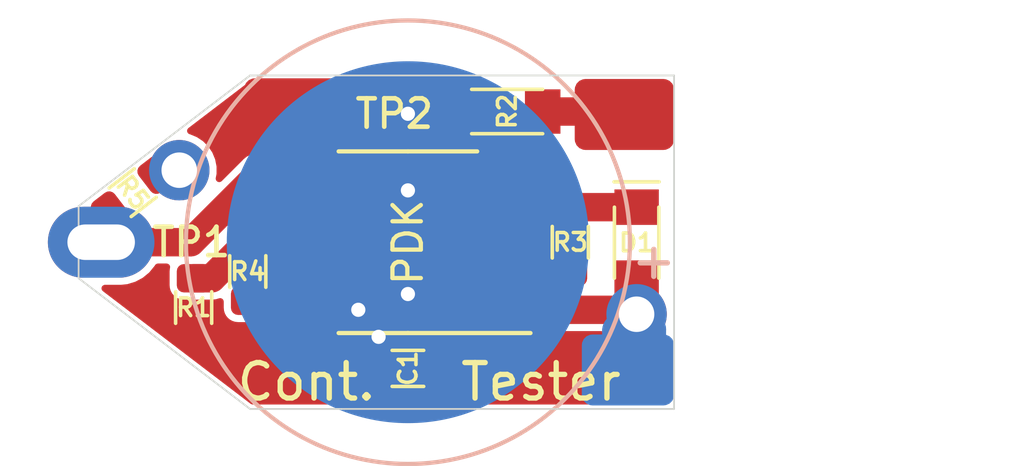
<source format=kicad_pcb>
(kicad_pcb (version 20171130) (host pcbnew "(5.1.8)-1")

  (general
    (thickness 0.8)
    (drawings 8)
    (tracks 46)
    (zones 0)
    (modules 12)
    (nets 10)
  )

  (page USLetter)
  (layers
    (0 F.Cu signal)
    (31 B.Cu signal)
    (32 B.Adhes user hide)
    (33 F.Adhes user hide)
    (34 B.Paste user hide)
    (35 F.Paste user hide)
    (36 B.SilkS user)
    (37 F.SilkS user)
    (38 B.Mask user)
    (39 F.Mask user)
    (40 Dwgs.User user hide)
    (41 Cmts.User user hide)
    (42 Eco1.User user hide)
    (43 Eco2.User user hide)
    (44 Edge.Cuts user)
    (45 Margin user hide)
    (46 B.CrtYd user)
    (47 F.CrtYd user)
    (48 B.Fab user)
    (49 F.Fab user)
  )

  (setup
    (last_trace_width 0.8)
    (user_trace_width 0.5)
    (user_trace_width 0.8)
    (user_trace_width 1)
    (trace_clearance 0.2)
    (zone_clearance 0.1)
    (zone_45_only no)
    (trace_min 0.2)
    (via_size 0.8)
    (via_drill 0.4)
    (via_min_size 0.4)
    (via_min_drill 0.3)
    (uvia_size 0.3)
    (uvia_drill 0.1)
    (uvias_allowed no)
    (uvia_min_size 0.2)
    (uvia_min_drill 0.1)
    (edge_width 0.05)
    (segment_width 0.2)
    (pcb_text_width 0.3)
    (pcb_text_size 1.5 1.5)
    (mod_edge_width 0.1)
    (mod_text_size 0.6 0.6)
    (mod_text_width 0.08)
    (pad_size 2 2.6)
    (pad_drill 0)
    (pad_to_mask_clearance 0)
    (aux_axis_origin 0 0)
    (visible_elements 7FFFFFFF)
    (pcbplotparams
      (layerselection 0x010fc_ffffffff)
      (usegerberextensions false)
      (usegerberattributes true)
      (usegerberadvancedattributes true)
      (creategerberjobfile true)
      (excludeedgelayer true)
      (linewidth 0.100000)
      (plotframeref false)
      (viasonmask false)
      (mode 1)
      (useauxorigin false)
      (hpglpennumber 1)
      (hpglpenspeed 20)
      (hpglpendiameter 15.000000)
      (psnegative false)
      (psa4output false)
      (plotreference true)
      (plotvalue true)
      (plotinvisibletext false)
      (padsonsilk false)
      (subtractmaskfromsilk false)
      (outputformat 1)
      (mirror false)
      (drillshape 0)
      (scaleselection 1)
      (outputdirectory "output/gerber/"))
  )

  (net 0 "")
  (net 1 VDD)
  (net 2 "Net-(BZ1-Pad2)")
  (net 3 "Net-(D1-Pad1)")
  (net 4 GND)
  (net 5 "Net-(R1-Pad2)")
  (net 6 "Net-(R2-Pad1)")
  (net 7 "Net-(R4-Pad2)")
  (net 8 "Net-(R5-Pad2)")
  (net 9 "Net-(R3-Pad1)")

  (net_class Default "This is the default net class."
    (clearance 0.2)
    (trace_width 0.25)
    (via_dia 0.8)
    (via_drill 0.4)
    (uvia_dia 0.3)
    (uvia_drill 0.1)
    (add_net GND)
    (add_net "Net-(BZ1-Pad2)")
    (add_net "Net-(D1-Pad1)")
    (add_net "Net-(R1-Pad2)")
    (add_net "Net-(R2-Pad1)")
    (add_net "Net-(R3-Pad1)")
    (add_net "Net-(R4-Pad2)")
    (add_net "Net-(R5-Pad2)")
    (add_net VDD)
  )

  (module modules:BatteryHolder_12mm (layer B.Cu) (tedit 638EC7B1) (tstamp 638F5C9F)
    (at 97.663 63.5 342.5)
    (descr http://www.keyelco.com/product-pdf.cfm?p=777)
    (tags "Keystone type 3000 coin cell retainer")
    (path /638F6A62)
    (attr smd)
    (fp_text reference BT1 (at 0 -5.842 162.5) (layer B.Fab)
      (effects (font (size 1 1) (thickness 0.15)) (justify mirror))
    )
    (fp_text value 3V_Cell (at 0 -1.524 162.5) (layer B.Fab)
      (effects (font (size 1 1) (thickness 0.15)) (justify mirror))
    )
    (fp_circle (center 0 0) (end 6.25 0) (layer Dwgs.User) (width 0.15))
    (fp_circle (center 0 0) (end 6.25 0) (layer B.SilkS) (width 0.12))
    (fp_text user %R (at 0 0 162.5) (layer B.Fab)
      (effects (font (size 1 1) (thickness 0.15)) (justify mirror))
    )
    (pad 1 thru_hole circle (at -6.75 0 342.5) (size 1.7 1.7) (drill 1) (layers *.Cu *.Mask)
      (net 1 VDD))
    (pad 1 thru_hole circle (at 6.75 0 342.5) (size 1.7 1.7) (drill 1) (layers *.Cu *.Mask)
      (net 1 VDD))
    (pad 2 smd circle (at 0 0 342.5) (size 10.2 10.2) (layers B.Cu B.Mask)
      (net 4 GND))
    (model ${KIPRJMOD}/modules/CR1220.step
      (at (xyz 0 0 0))
      (scale (xyz 1 1 1))
      (rotate (xyz 0 -90 0))
    )
  )

  (module modules:Buzzer_12x9.5RM7.6 (layer F.Cu) (tedit 638EC4DF) (tstamp 638CAD6C)
    (at 103.759 63.5 270)
    (descr "Generic Buzzer, D12mm height 9.5mm with RM7.6mm")
    (tags buzzer)
    (path /5F10DF9C)
    (fp_text reference BZ1 (at 0 -2.54 90) (layer F.Fab)
      (effects (font (size 1 1) (thickness 0.15)))
    )
    (fp_text value Buzzer (at 0 2.286 90) (layer F.Fab)
      (effects (font (size 1 1) (thickness 0.15)))
    )
    (fp_line (start -6 -1.7) (end -6 -11.2) (layer F.Fab) (width 0.1))
    (fp_line (start -6 -11.2) (end 6 -11.2) (layer F.Fab) (width 0.1))
    (fp_line (start 6 -11.2) (end 6 -1.7) (layer F.Fab) (width 0.1))
    (fp_line (start 6 -1.7) (end -6 -1.7) (layer F.Fab) (width 0.1))
    (fp_text user + (at 1.905 0) (layer F.Fab)
      (effects (font (size 1 1) (thickness 0.15)) (justify mirror))
    )
    (fp_text user + (at 0.508 -0.8255) (layer B.SilkS)
      (effects (font (size 1 1) (thickness 0.15)) (justify mirror))
    )
    (fp_text user %R (at 0 -2.54 90) (layer F.Fab)
      (effects (font (size 1 1) (thickness 0.15)))
    )
    (pad 2 smd roundrect (at -3.6 0 270) (size 2 2.8) (layers F.Cu F.Paste F.Mask) (roundrect_rratio 0.15)
      (net 2 "Net-(BZ1-Pad2)"))
    (pad 1 smd roundrect (at 3.6 -0.1 270) (size 2 2.6) (layers B.Cu B.Paste B.Mask) (roundrect_rratio 0.15)
      (net 1 VDD))
    (model ${KISYS3DMOD}/Buzzer_Beeper.3dshapes/Buzzer_12x9.5RM7.6.wrl
      (offset (xyz -3.8 2 0.5))
      (scale (xyz 1 1 1))
      (rotate (xyz 90 -15 0))
    )
  )

  (module modules:Pad_2.0x3.0mm (layer F.Cu) (tedit 638C358B) (tstamp 638CB7C1)
    (at 94.5515 59.8805 90)
    (descr "SMD rectangular pad as test Point, square 2.0mm side length")
    (tags "test point SMD pad rectangle square")
    (path /5F1221EF)
    (attr virtual)
    (fp_text reference TP2 (at 0 2.7305 unlocked) (layer F.SilkS)
      (effects (font (size 0.8 0.8) (thickness 0.13)))
    )
    (fp_text value Probe_GND (at 0 0 180) (layer F.Fab)
      (effects (font (size 1 1) (thickness 0.15)))
    )
    (fp_text user %R (at 0 -2 90) (layer F.Fab)
      (effects (font (size 1 1) (thickness 0.15)))
    )
    (pad 1 smd roundrect (at 0 0 90) (size 2 3) (layers F.Cu F.Mask) (roundrect_rratio 0.15)
      (net 4 GND))
  )

  (module modules:R_0805 (layer F.Cu) (tedit 60F85824) (tstamp 638C2FB0)
    (at 100.457 59.817)
    (descr "Resistor SMD 0805 (2012 Metric), square (rectangular) end terminal, IPC_7351 nominal, (Body size source: IPC-SM-782 page 72, https://www.pcb-3d.com/wordpress/wp-content/uploads/ipc-sm-782a_amendment_1_and_2.pdf), generated with kicad-footprint-generator")
    (tags resistor)
    (path /5F10DC7D)
    (attr smd)
    (fp_text reference R2 (at 0 0 90) (layer F.SilkS)
      (effects (font (size 0.5 0.5) (thickness 0.1)))
    )
    (fp_text value 120 (at 0 1.016) (layer F.Fab)
      (effects (font (size 0.4 0.4) (thickness 0.08)))
    )
    (fp_line (start -1 0.625) (end 1 0.625) (layer F.SilkS) (width 0.1))
    (fp_line (start -1 -0.625) (end 1 -0.625) (layer F.SilkS) (width 0.1))
    (fp_line (start 1 -0.625) (end 1 0.625) (layer F.Fab) (width 0.1))
    (fp_line (start -1 -0.625) (end -1 0.625) (layer F.Fab) (width 0.1))
    (fp_line (start -1 0.625) (end 1 0.625) (layer F.Fab) (width 0.1))
    (fp_line (start -1 -0.625) (end 1 -0.625) (layer F.Fab) (width 0.1))
    (fp_line (start -1.68 0.95) (end -1.68 -0.95) (layer F.CrtYd) (width 0.05))
    (fp_line (start -1.68 -0.95) (end 1.68 -0.95) (layer F.CrtYd) (width 0.05))
    (fp_line (start 1.68 -0.95) (end 1.68 0.95) (layer F.CrtYd) (width 0.05))
    (fp_line (start 1.68 0.95) (end -1.68 0.95) (layer F.CrtYd) (width 0.05))
    (fp_text user %R (at 0 0) (layer F.Fab)
      (effects (font (size 0.5 0.5) (thickness 0.1)))
    )
    (pad 2 smd rect (at 1 0) (size 1 1.25) (layers F.Cu F.Paste F.Mask)
      (net 2 "Net-(BZ1-Pad2)"))
    (pad 1 smd rect (at -1 0) (size 1 1.25) (layers F.Cu F.Paste F.Mask)
      (net 6 "Net-(R2-Pad1)"))
    (model ${KISYS3DMOD}/Resistor_SMD.3dshapes/R_0805_2012Metric.wrl
      (at (xyz 0 0 0))
      (scale (xyz 1 1 1))
      (rotate (xyz 0 0 0))
    )
  )

  (module modules:LED_0805 (layer F.Cu) (tedit 5B18A1BB) (tstamp 638C2F7C)
    (at 104.1019 63.5127 270)
    (path /5F10ACDC)
    (attr smd)
    (fp_text reference D1 (at 0 0) (layer F.SilkS)
      (effects (font (size 0.5 0.5) (thickness 0.1)))
    )
    (fp_text value LED (at 0 -1.27 90) (layer F.SilkS) hide
      (effects (font (size 0.5 0.5) (thickness 0.1)))
    )
    (fp_line (start 1 -0.625) (end 1 0.625) (layer F.Fab) (width 0.1))
    (fp_line (start -1 -0.625) (end -1 0.625) (layer F.Fab) (width 0.1))
    (fp_line (start -1 0.625) (end 1 0.625) (layer F.Fab) (width 0.1))
    (fp_line (start -1 -0.625) (end 1 -0.625) (layer F.Fab) (width 0.1))
    (fp_line (start -1.7145 -0.635) (end -1.7145 0.635) (layer F.SilkS) (width 0.1))
    (fp_line (start -1 0.625) (end 1 0.625) (layer F.SilkS) (width 0.1))
    (fp_line (start -1 -0.625) (end 1 -0.625) (layer F.SilkS) (width 0.1))
    (fp_line (start 0.2 0) (end 0.45 0) (layer F.Fab) (width 0.1))
    (fp_line (start 0.2 0.35) (end -0.3 0) (layer F.Fab) (width 0.1))
    (fp_line (start 0.2 -0.35) (end 0.2 0.35) (layer F.Fab) (width 0.1))
    (fp_line (start -0.3 0) (end 0.2 -0.35) (layer F.Fab) (width 0.1))
    (fp_line (start -0.3 0) (end -0.5 0) (layer F.Fab) (width 0.1))
    (fp_line (start -0.3 -0.35) (end -0.3 0.35) (layer F.Fab) (width 0.1))
    (pad 2 smd rect (at 1 0 270) (size 1 1.25) (layers F.Cu F.Paste F.Mask)
      (net 1 VDD))
    (pad 1 smd rect (at -1 0 270) (size 1 1.25) (layers F.Cu F.Paste F.Mask)
      (net 3 "Net-(D1-Pad1)"))
    (model ${KISYS3DMOD}/LED_SMD.3dshapes/LED_0805_2012Metric.wrl
      (at (xyz 0 0 0))
      (scale (xyz 1 1 1))
      (rotate (xyz 0 0 0))
    )
  )

  (module Package_SO:SOP-8_3.9x4.9mm_P1.27mm (layer F.Cu) (tedit 5D9F72B1) (tstamp 638C46D3)
    (at 97.663 63.5 180)
    (descr "SOP, 8 Pin (http://www.macronix.com/Lists/Datasheet/Attachments/7534/MX25R3235F,%20Wide%20Range,%2032Mb,%20v1.6.pdf#page=79), generated with kicad-footprint-generator ipc_gullwing_generator.py")
    (tags "SOP SO")
    (path /5F107C2F)
    (attr smd)
    (fp_text reference U1 (at 0 1.27) (layer F.Fab)
      (effects (font (size 1 1) (thickness 0.15)))
    )
    (fp_text value PDK (at 0 0 90 unlocked) (layer F.SilkS)
      (effects (font (size 0.8 0.8) (thickness 0.12)))
    )
    (fp_line (start 3.7 -2.7) (end -3.7 -2.7) (layer F.CrtYd) (width 0.05))
    (fp_line (start 3.7 2.7) (end 3.7 -2.7) (layer F.CrtYd) (width 0.05))
    (fp_line (start -3.7 2.7) (end 3.7 2.7) (layer F.CrtYd) (width 0.05))
    (fp_line (start -3.7 -2.7) (end -3.7 2.7) (layer F.CrtYd) (width 0.05))
    (fp_line (start -1.95 -1.475) (end -0.975 -2.45) (layer F.Fab) (width 0.1))
    (fp_line (start -1.95 2.45) (end -1.95 -1.475) (layer F.Fab) (width 0.1))
    (fp_line (start 1.95 2.45) (end -1.95 2.45) (layer F.Fab) (width 0.1))
    (fp_line (start 1.95 -2.45) (end 1.95 2.45) (layer F.Fab) (width 0.1))
    (fp_line (start -0.975 -2.45) (end 1.95 -2.45) (layer F.Fab) (width 0.1))
    (fp_line (start 0 -2.56) (end -3.45 -2.56) (layer F.SilkS) (width 0.12))
    (fp_line (start 0 -2.56) (end 1.95 -2.56) (layer F.SilkS) (width 0.12))
    (fp_line (start 0 2.56) (end -1.95 2.56) (layer F.SilkS) (width 0.12))
    (fp_line (start 0 2.56) (end 1.95 2.56) (layer F.SilkS) (width 0.12))
    (fp_text user %R (at 0 0) (layer F.Fab)
      (effects (font (size 0.98 0.98) (thickness 0.15)))
    )
    (pad 1 smd roundrect (at -2.625 -1.905 180) (size 1.65 0.6) (layers F.Cu F.Paste F.Mask) (roundrect_rratio 0.25)
      (net 1 VDD))
    (pad 2 smd roundrect (at -2.625 -0.635 180) (size 1.65 0.6) (layers F.Cu F.Paste F.Mask) (roundrect_rratio 0.25)
      (net 9 "Net-(R3-Pad1)"))
    (pad 3 smd roundrect (at -2.625 0.635 180) (size 1.65 0.6) (layers F.Cu F.Paste F.Mask) (roundrect_rratio 0.25)
      (net 6 "Net-(R2-Pad1)"))
    (pad 4 smd roundrect (at -2.625 1.905 180) (size 1.65 0.6) (layers F.Cu F.Paste F.Mask) (roundrect_rratio 0.25)
      (net 6 "Net-(R2-Pad1)"))
    (pad 5 smd roundrect (at 2.625 1.905 180) (size 1.65 0.6) (layers F.Cu F.Paste F.Mask) (roundrect_rratio 0.25)
      (net 8 "Net-(R5-Pad2)"))
    (pad 6 smd roundrect (at 2.625 0.635 180) (size 1.65 0.6) (layers F.Cu F.Paste F.Mask) (roundrect_rratio 0.25)
      (net 5 "Net-(R1-Pad2)"))
    (pad 7 smd roundrect (at 2.625 -0.635 180) (size 1.65 0.6) (layers F.Cu F.Paste F.Mask) (roundrect_rratio 0.25)
      (net 7 "Net-(R4-Pad2)"))
    (pad 8 smd roundrect (at 2.625 -1.905 180) (size 1.65 0.6) (layers F.Cu F.Paste F.Mask) (roundrect_rratio 0.25)
      (net 4 GND))
    (model ${KISYS3DMOD}/Package_SO.3dshapes/SOIC-8_3.9x4.9mm_P1.27mm.wrl
      (at (xyz 0 0 0))
      (scale (xyz 1 1 1))
      (rotate (xyz 0 0 0))
    )
  )

  (module modules:C_0603 (layer F.Cu) (tedit 637E5C5C) (tstamp 638C40B5)
    (at 97.663 67.056 180)
    (descr "Capacitor SMD 0603 (1608 Metric), square (rectangular) end terminal, IPC_7351 nominal, (Body size source: IPC-SM-782 page 76, https://www.pcb-3d.com/wordpress/wp-content/uploads/ipc-sm-782a_amendment_1_and_2.pdf), generated with kicad-footprint-generator")
    (tags capacitor)
    (path /638C6308)
    (attr smd)
    (fp_text reference C1 (at 0 0 90) (layer F.SilkS)
      (effects (font (size 0.5 0.5) (thickness 0.1)))
    )
    (fp_text value 100n (at 0 0.889) (layer F.Fab)
      (effects (font (size 0.4 0.4) (thickness 0.08)))
    )
    (fp_line (start -0.4445 0.508) (end 0.4445 0.508) (layer F.SilkS) (width 0.1))
    (fp_line (start -0.4445 -0.508) (end 0.4445 -0.508) (layer F.SilkS) (width 0.1))
    (fp_line (start 0.8 0.4) (end -0.8 0.4) (layer F.Fab) (width 0.1))
    (fp_line (start 0.8 -0.4) (end 0.8 0.4) (layer F.Fab) (width 0.1))
    (fp_line (start -0.8 -0.4) (end 0.8 -0.4) (layer F.Fab) (width 0.1))
    (fp_line (start -0.8 0.4) (end -0.8 -0.4) (layer F.Fab) (width 0.1))
    (fp_line (start -1.48 0.73) (end -1.48 -0.73) (layer F.CrtYd) (width 0.05))
    (fp_line (start -1.48 -0.73) (end 1.48 -0.73) (layer F.CrtYd) (width 0.05))
    (fp_line (start 1.48 -0.73) (end 1.48 0.73) (layer F.CrtYd) (width 0.05))
    (fp_line (start 1.48 0.73) (end -1.48 0.73) (layer F.CrtYd) (width 0.05))
    (fp_text user %R (at 0 0) (layer F.Fab)
      (effects (font (size 0.5 0.5) (thickness 0.1)))
    )
    (pad 1 smd roundrect (at -0.825 0 180) (size 0.8 0.95) (layers F.Cu F.Paste F.Mask) (roundrect_rratio 0.25)
      (net 1 VDD))
    (pad 2 smd roundrect (at 0.825 0 180) (size 0.8 0.95) (layers F.Cu F.Paste F.Mask) (roundrect_rratio 0.25)
      (net 4 GND))
    (model ${KISYS3DMOD}/Capacitor_SMD.3dshapes/C_0603_1608Metric.wrl
      (at (xyz 0 0 0))
      (scale (xyz 1 1 1))
      (rotate (xyz 0 0 0))
    )
  )

  (module modules:Pad_2.0x3.0mm (layer F.Cu) (tedit 638EB924) (tstamp 638CC10B)
    (at 89.027 63.5 90)
    (descr "SMD rectangular pad as test Point, square 2.0mm side length")
    (tags "test point SMD pad rectangle square")
    (path /5F1217BE)
    (attr virtual)
    (fp_text reference TP1 (at 0 2.54 unlocked) (layer F.SilkS)
      (effects (font (size 0.8 0.8) (thickness 0.13)))
    )
    (fp_text value Probe_PA3 (at 0 2.05 90) (layer F.Fab)
      (effects (font (size 1 1) (thickness 0.15)))
    )
    (fp_text user %R (at 0 -2 90) (layer F.Fab)
      (effects (font (size 1 1) (thickness 0.15)))
    )
    (pad 1 thru_hole oval (at 0 0 90) (size 2 3) (drill oval 1 1.9) (layers *.Cu *.Mask)
      (net 8 "Net-(R5-Pad2)"))
  )

  (module modules:R_0603 (layer F.Cu) (tedit 5FF25583) (tstamp 638F4177)
    (at 91.6305 65.3415 90)
    (descr "Resistor SMD 0603 (1608 Metric), square (rectangular) end terminal, IPC_7351 nominal, (Body size source: IPC-SM-782 page 72, https://www.pcb-3d.com/wordpress/wp-content/uploads/ipc-sm-782a_amendment_1_and_2.pdf), generated with kicad-footprint-generator")
    (tags resistor)
    (path /5F117A45)
    (attr smd)
    (fp_text reference R1 (at 0 0) (layer F.SilkS)
      (effects (font (size 0.5 0.5) (thickness 0.1)))
    )
    (fp_text value 47 (at 0 0.889 90) (layer F.Fab)
      (effects (font (size 0.4 0.4) (thickness 0.08)))
    )
    (fp_line (start 1.48 0.73) (end -1.48 0.73) (layer F.CrtYd) (width 0.05))
    (fp_line (start 1.48 -0.73) (end 1.48 0.73) (layer F.CrtYd) (width 0.05))
    (fp_line (start -1.48 -0.73) (end 1.48 -0.73) (layer F.CrtYd) (width 0.05))
    (fp_line (start -1.48 0.73) (end -1.48 -0.73) (layer F.CrtYd) (width 0.05))
    (fp_line (start -0.8 0.4125) (end -0.8 -0.4125) (layer F.Fab) (width 0.1))
    (fp_line (start -0.8 -0.4125) (end 0.8 -0.4125) (layer F.Fab) (width 0.1))
    (fp_line (start 0.8 -0.4125) (end 0.8 0.4125) (layer F.Fab) (width 0.1))
    (fp_line (start 0.8 0.4125) (end -0.8 0.4125) (layer F.Fab) (width 0.1))
    (fp_line (start -0.4445 -0.508) (end 0.4445 -0.508) (layer F.SilkS) (width 0.1))
    (fp_line (start -0.4445 0.508) (end 0.4445 0.508) (layer F.SilkS) (width 0.1))
    (fp_text user %R (at 0 0 90) (layer F.Fab)
      (effects (font (size 0.5 0.5) (thickness 0.1)))
    )
    (pad 2 smd roundrect (at 0.825 0 90) (size 0.8 0.95) (layers F.Cu F.Paste F.Mask) (roundrect_rratio 0.25)
      (net 5 "Net-(R1-Pad2)"))
    (pad 1 smd roundrect (at -0.825 0 90) (size 0.8 0.95) (layers F.Cu F.Paste F.Mask) (roundrect_rratio 0.25)
      (net 4 GND))
    (model ${KISYS3DMOD}/Resistor_SMD.3dshapes/R_0603_1608Metric.wrl
      (at (xyz 0 0 0))
      (scale (xyz 1 1 1))
      (rotate (xyz 0 0 0))
    )
  )

  (module modules:R_0603 (layer F.Cu) (tedit 5FF25583) (tstamp 638F4187)
    (at 102.235 63.5 90)
    (descr "Resistor SMD 0603 (1608 Metric), square (rectangular) end terminal, IPC_7351 nominal, (Body size source: IPC-SM-782 page 72, https://www.pcb-3d.com/wordpress/wp-content/uploads/ipc-sm-782a_amendment_1_and_2.pdf), generated with kicad-footprint-generator")
    (tags resistor)
    (path /5F1095DA)
    (attr smd)
    (fp_text reference R3 (at 0 0) (layer F.SilkS)
      (effects (font (size 0.5 0.5) (thickness 0.1)))
    )
    (fp_text value 4k7 (at 0 0.889 90) (layer F.Fab)
      (effects (font (size 0.4 0.4) (thickness 0.08)))
    )
    (fp_line (start -0.4445 0.508) (end 0.4445 0.508) (layer F.SilkS) (width 0.1))
    (fp_line (start -0.4445 -0.508) (end 0.4445 -0.508) (layer F.SilkS) (width 0.1))
    (fp_line (start 0.8 0.4125) (end -0.8 0.4125) (layer F.Fab) (width 0.1))
    (fp_line (start 0.8 -0.4125) (end 0.8 0.4125) (layer F.Fab) (width 0.1))
    (fp_line (start -0.8 -0.4125) (end 0.8 -0.4125) (layer F.Fab) (width 0.1))
    (fp_line (start -0.8 0.4125) (end -0.8 -0.4125) (layer F.Fab) (width 0.1))
    (fp_line (start -1.48 0.73) (end -1.48 -0.73) (layer F.CrtYd) (width 0.05))
    (fp_line (start -1.48 -0.73) (end 1.48 -0.73) (layer F.CrtYd) (width 0.05))
    (fp_line (start 1.48 -0.73) (end 1.48 0.73) (layer F.CrtYd) (width 0.05))
    (fp_line (start 1.48 0.73) (end -1.48 0.73) (layer F.CrtYd) (width 0.05))
    (fp_text user %R (at 0 0 90) (layer F.Fab)
      (effects (font (size 0.5 0.5) (thickness 0.1)))
    )
    (pad 1 smd roundrect (at -0.825 0 90) (size 0.8 0.95) (layers F.Cu F.Paste F.Mask) (roundrect_rratio 0.25)
      (net 9 "Net-(R3-Pad1)"))
    (pad 2 smd roundrect (at 0.825 0 90) (size 0.8 0.95) (layers F.Cu F.Paste F.Mask) (roundrect_rratio 0.25)
      (net 3 "Net-(D1-Pad1)"))
    (model ${KISYS3DMOD}/Resistor_SMD.3dshapes/R_0603_1608Metric.wrl
      (at (xyz 0 0 0))
      (scale (xyz 1 1 1))
      (rotate (xyz 0 0 0))
    )
  )

  (module modules:R_0603 (layer F.Cu) (tedit 5FF25583) (tstamp 638F4197)
    (at 93.1545 64.3255 270)
    (descr "Resistor SMD 0603 (1608 Metric), square (rectangular) end terminal, IPC_7351 nominal, (Body size source: IPC-SM-782 page 72, https://www.pcb-3d.com/wordpress/wp-content/uploads/ipc-sm-782a_amendment_1_and_2.pdf), generated with kicad-footprint-generator")
    (tags resistor)
    (path /638C5802)
    (attr smd)
    (fp_text reference R4 (at 0 0) (layer F.SilkS)
      (effects (font (size 0.5 0.5) (thickness 0.1)))
    )
    (fp_text value 47k (at 0 0.889 90) (layer F.Fab)
      (effects (font (size 0.4 0.4) (thickness 0.08)))
    )
    (fp_line (start -0.4445 0.508) (end 0.4445 0.508) (layer F.SilkS) (width 0.1))
    (fp_line (start -0.4445 -0.508) (end 0.4445 -0.508) (layer F.SilkS) (width 0.1))
    (fp_line (start 0.8 0.4125) (end -0.8 0.4125) (layer F.Fab) (width 0.1))
    (fp_line (start 0.8 -0.4125) (end 0.8 0.4125) (layer F.Fab) (width 0.1))
    (fp_line (start -0.8 -0.4125) (end 0.8 -0.4125) (layer F.Fab) (width 0.1))
    (fp_line (start -0.8 0.4125) (end -0.8 -0.4125) (layer F.Fab) (width 0.1))
    (fp_line (start -1.48 0.73) (end -1.48 -0.73) (layer F.CrtYd) (width 0.05))
    (fp_line (start -1.48 -0.73) (end 1.48 -0.73) (layer F.CrtYd) (width 0.05))
    (fp_line (start 1.48 -0.73) (end 1.48 0.73) (layer F.CrtYd) (width 0.05))
    (fp_line (start 1.48 0.73) (end -1.48 0.73) (layer F.CrtYd) (width 0.05))
    (fp_text user %R (at 0 0 90) (layer F.Fab)
      (effects (font (size 0.5 0.5) (thickness 0.1)))
    )
    (pad 1 smd roundrect (at -0.825 0 270) (size 0.8 0.95) (layers F.Cu F.Paste F.Mask) (roundrect_rratio 0.25)
      (net 5 "Net-(R1-Pad2)"))
    (pad 2 smd roundrect (at 0.825 0 270) (size 0.8 0.95) (layers F.Cu F.Paste F.Mask) (roundrect_rratio 0.25)
      (net 7 "Net-(R4-Pad2)"))
    (model ${KISYS3DMOD}/Resistor_SMD.3dshapes/R_0603_1608Metric.wrl
      (at (xyz 0 0 0))
      (scale (xyz 1 1 1))
      (rotate (xyz 0 0 0))
    )
  )

  (module modules:R_0603 (layer F.Cu) (tedit 5FF25583) (tstamp 638F41A7)
    (at 89.916 62.103 217.5)
    (descr "Resistor SMD 0603 (1608 Metric), square (rectangular) end terminal, IPC_7351 nominal, (Body size source: IPC-SM-782 page 72, https://www.pcb-3d.com/wordpress/wp-content/uploads/ipc-sm-782a_amendment_1_and_2.pdf), generated with kicad-footprint-generator")
    (tags resistor)
    (path /638C5B45)
    (attr smd)
    (fp_text reference R5 (at 0 0 127.5) (layer F.SilkS)
      (effects (font (size 0.5 0.5) (thickness 0.1)))
    )
    (fp_text value 47k (at 0 0.889 37.5) (layer F.Fab)
      (effects (font (size 0.4 0.4) (thickness 0.08)))
    )
    (fp_line (start 1.48 0.73) (end -1.48 0.73) (layer F.CrtYd) (width 0.05))
    (fp_line (start 1.48 -0.73) (end 1.48 0.73) (layer F.CrtYd) (width 0.05))
    (fp_line (start -1.48 -0.73) (end 1.48 -0.73) (layer F.CrtYd) (width 0.05))
    (fp_line (start -1.48 0.73) (end -1.48 -0.73) (layer F.CrtYd) (width 0.05))
    (fp_line (start -0.8 0.4125) (end -0.8 -0.4125) (layer F.Fab) (width 0.1))
    (fp_line (start -0.8 -0.4125) (end 0.8 -0.4125) (layer F.Fab) (width 0.1))
    (fp_line (start 0.8 -0.4125) (end 0.8 0.4125) (layer F.Fab) (width 0.1))
    (fp_line (start 0.8 0.4125) (end -0.8 0.4125) (layer F.Fab) (width 0.1))
    (fp_line (start -0.4445 -0.508) (end 0.4445 -0.508) (layer F.SilkS) (width 0.1))
    (fp_line (start -0.4445 0.508) (end 0.4445 0.508) (layer F.SilkS) (width 0.1))
    (fp_text user %R (at 0 0 37.5) (layer F.Fab)
      (effects (font (size 0.5 0.5) (thickness 0.1)))
    )
    (pad 2 smd roundrect (at 0.825 0 217.5) (size 0.8 0.95) (layers F.Cu F.Paste F.Mask) (roundrect_rratio 0.25)
      (net 8 "Net-(R5-Pad2)"))
    (pad 1 smd roundrect (at -0.825 0 217.5) (size 0.8 0.95) (layers F.Cu F.Paste F.Mask) (roundrect_rratio 0.25)
      (net 1 VDD))
    (model ${KISYS3DMOD}/Resistor_SMD.3dshapes/R_0603_1608Metric.wrl
      (at (xyz 0 0 0))
      (scale (xyz 1 1 1))
      (rotate (xyz 0 0 0))
    )
  )

  (gr_text Tester (at 101.4095 67.437) (layer F.SilkS) (tstamp 638F5EA4)
    (effects (font (size 1 1) (thickness 0.15)))
  )
  (gr_text Cont. (at 94.8055 67.437) (layer F.SilkS)
    (effects (font (size 1 1) (thickness 0.15)))
  )
  (gr_line (start 88.392 64.516) (end 88.392 62.484) (layer Edge.Cuts) (width 0.05) (tstamp 638CB0EC))
  (gr_line (start 93.218 68.199) (end 88.392 64.516) (layer Edge.Cuts) (width 0.05))
  (gr_line (start 105.156 68.199) (end 93.218 68.199) (layer Edge.Cuts) (width 0.05))
  (gr_line (start 105.156 58.801) (end 105.156 68.199) (layer Edge.Cuts) (width 0.05))
  (gr_line (start 93.218 58.801) (end 105.156 58.801) (layer Edge.Cuts) (width 0.05))
  (gr_line (start 88.392 62.484) (end 93.218 58.801) (layer Edge.Cuts) (width 0.05))

  (segment (start 104.267 65.363353) (end 104.100589 65.529764) (width 0.8) (layer F.Cu) (net 1))
  (segment (start 104.267 64.516) (end 104.267 65.363353) (width 0.8) (layer F.Cu) (net 1))
  (segment (start 103.925353 65.705) (end 104.100589 65.529764) (width 0.8) (layer F.Cu) (net 1))
  (segment (start 104.100589 66.631411) (end 103.632 67.1) (width 1) (layer B.Cu) (net 1))
  (segment (start 104.100589 65.529764) (end 104.100589 66.631411) (width 1) (layer B.Cu) (net 1))
  (segment (start 103.632 65.998353) (end 104.100589 65.529764) (width 1) (layer B.Cu) (net 1))
  (segment (start 103.632 67.1) (end 103.632 65.998353) (width 1) (layer B.Cu) (net 1))
  (segment (start 104.1019 65.528453) (end 104.100589 65.529764) (width 0.8) (layer F.Cu) (net 1))
  (segment (start 104.1019 64.5127) (end 104.1019 65.528453) (width 0.8) (layer F.Cu) (net 1))
  (segment (start 103.975825 65.405) (end 104.100589 65.529764) (width 0.8) (layer F.Cu) (net 1))
  (segment (start 100.288 65.405) (end 103.975825 65.405) (width 0.8) (layer F.Cu) (net 1))
  (segment (start 100.288 65.405) (end 99.1235 65.405) (width 0.8) (layer F.Cu) (net 1))
  (segment (start 98.488 66.0405) (end 98.488 67.056) (width 0.8) (layer F.Cu) (net 1))
  (segment (start 99.1235 65.405) (end 98.488 66.0405) (width 0.8) (layer F.Cu) (net 1))
  (segment (start 104.1595 67.1) (end 104.53099 66.72851) (width 0.8) (layer B.Cu) (net 1))
  (segment (start 103.859 67.1) (end 104.1595 67.1) (width 0.8) (layer B.Cu) (net 1))
  (segment (start 104.53099 65.960165) (end 104.100589 65.529764) (width 0.8) (layer B.Cu) (net 1))
  (segment (start 104.53099 66.72851) (end 104.53099 65.960165) (width 0.8) (layer B.Cu) (net 1))
  (segment (start 103.549 59.817) (end 103.632 59.9) (width 0.8) (layer F.Cu) (net 2))
  (segment (start 103.4855 59.7535) (end 103.632 59.9) (width 0.8) (layer F.Cu) (net 2))
  (segment (start 103.676 59.817) (end 103.759 59.9) (width 0.8) (layer F.Cu) (net 2))
  (segment (start 101.457 59.817) (end 103.676 59.817) (width 0.8) (layer F.Cu) (net 2))
  (segment (start 104.251 62.5) (end 104.267 62.516) (width 0.8) (layer F.Cu) (net 3))
  (segment (start 102.3973 62.5127) (end 102.235 62.675) (width 0.8) (layer F.Cu) (net 3))
  (segment (start 104.1019 62.5127) (end 102.3973 62.5127) (width 0.8) (layer F.Cu) (net 3))
  (via (at 97.663 64.9605) (size 0.8) (drill 0.4) (layers F.Cu B.Cu) (net 4))
  (via (at 97.663 59.8805) (size 0.8) (drill 0.4) (layers F.Cu B.Cu) (net 4))
  (via (at 96.8375 66.167) (size 0.8) (drill 0.4) (layers F.Cu B.Cu) (net 4))
  (via (at 96.266 65.405) (size 0.8) (drill 0.4) (layers F.Cu B.Cu) (net 4))
  (segment (start 96.875 63.5) (end 96.875 63.5) (width 1) (layer B.Cu) (net 4))
  (segment (start 96.875 63.5) (end 100.0125 63.5) (width 1) (layer B.Cu) (net 4) (tstamp 638F47B6))
  (via (at 97.663 62.0395) (size 0.8) (drill 0.4) (layers F.Cu B.Cu) (net 4))
  (segment (start 93.79 62.865) (end 93.1545 63.5005) (width 0.8) (layer F.Cu) (net 5))
  (segment (start 95.038 62.865) (end 93.79 62.865) (width 0.8) (layer F.Cu) (net 5))
  (segment (start 92.1385 64.5165) (end 91.6305 64.5165) (width 0.8) (layer F.Cu) (net 5))
  (segment (start 93.1545 63.5005) (end 92.1385 64.5165) (width 0.8) (layer F.Cu) (net 5))
  (segment (start 99.457 60.764) (end 100.288 61.595) (width 0.8) (layer F.Cu) (net 6))
  (segment (start 99.457 59.817) (end 99.457 60.764) (width 0.8) (layer F.Cu) (net 6))
  (segment (start 100.288 61.595) (end 100.288 62.865) (width 0.8) (layer F.Cu) (net 6))
  (segment (start 94.17 64.135) (end 93.1545 65.1505) (width 0.8) (layer F.Cu) (net 7))
  (segment (start 95.038 64.135) (end 94.17 64.135) (width 0.8) (layer F.Cu) (net 7))
  (segment (start 91.548614 63.5) (end 93.453614 61.595) (width 0.8) (layer F.Cu) (net 8))
  (segment (start 93.453614 61.595) (end 95.038 61.595) (width 0.8) (layer F.Cu) (net 8))
  (segment (start 89.027 63.5) (end 91.548614 63.5) (width 0.8) (layer F.Cu) (net 8))
  (segment (start 102.045 64.135) (end 102.235 64.325) (width 0.8) (layer F.Cu) (net 9))
  (segment (start 100.288 64.135) (end 102.045 64.135) (width 0.8) (layer F.Cu) (net 9))

  (zone (net 4) (net_name GND) (layer F.Cu) (tstamp 0) (hatch edge 0.508)
    (connect_pads yes (clearance 0.1))
    (min_thickness 0.2)
    (fill yes (arc_segments 32) (thermal_gap 0.2) (thermal_bridge_width 1))
    (polygon
      (pts
        (xy 105.156 68.199) (xy 93.218 68.199) (xy 88.392 64.516) (xy 88.392 62.484) (xy 93.218 58.801)
        (xy 105.156 58.780106)
      )
    )
    (filled_polygon
      (pts
        (xy 98.678496 59.07664) (xy 98.661341 59.13319) (xy 98.655549 59.192) (xy 98.655549 60.442) (xy 98.661341 60.50081)
        (xy 98.678496 60.55736) (xy 98.706353 60.609477) (xy 98.743842 60.655158) (xy 98.757001 60.665957) (xy 98.757001 60.729604)
        (xy 98.753613 60.764) (xy 98.759777 60.826579) (xy 98.767129 60.901224) (xy 98.768314 60.905129) (xy 98.807155 61.033174)
        (xy 98.872155 61.154781) (xy 98.912729 61.20422) (xy 98.959631 61.26137) (xy 98.986342 61.283291) (xy 99.161549 61.458498)
        (xy 99.161549 61.745) (xy 99.170224 61.833074) (xy 99.195914 61.917763) (xy 99.237632 61.995813) (xy 99.293776 62.064224)
        (xy 99.362187 62.120368) (xy 99.440237 62.162086) (xy 99.524926 62.187776) (xy 99.588 62.193989) (xy 99.588001 62.266011)
        (xy 99.524926 62.272224) (xy 99.440237 62.297914) (xy 99.362187 62.339632) (xy 99.293776 62.395776) (xy 99.237632 62.464187)
        (xy 99.195914 62.542237) (xy 99.170224 62.626926) (xy 99.161549 62.715) (xy 99.161549 63.015) (xy 99.170224 63.103074)
        (xy 99.195914 63.187763) (xy 99.237632 63.265813) (xy 99.293776 63.334224) (xy 99.362187 63.390368) (xy 99.440237 63.432086)
        (xy 99.524926 63.457776) (xy 99.613 63.466451) (xy 99.928288 63.466451) (xy 99.991053 63.5) (xy 99.928287 63.533549)
        (xy 99.613 63.533549) (xy 99.524926 63.542224) (xy 99.440237 63.567914) (xy 99.362187 63.609632) (xy 99.293776 63.665776)
        (xy 99.237632 63.734187) (xy 99.195914 63.812237) (xy 99.170224 63.896926) (xy 99.161549 63.985) (xy 99.161549 64.285)
        (xy 99.170224 64.373074) (xy 99.195914 64.457763) (xy 99.237632 64.535813) (xy 99.293776 64.604224) (xy 99.362187 64.660368)
        (xy 99.440237 64.702086) (xy 99.449843 64.705) (xy 99.157887 64.705) (xy 99.1235 64.701613) (xy 99.089113 64.705)
        (xy 99.08911 64.705) (xy 98.986276 64.715128) (xy 98.854325 64.755155) (xy 98.732719 64.820155) (xy 98.661494 64.878608)
        (xy 98.62613 64.90763) (xy 98.604208 64.934342) (xy 98.017342 65.521209) (xy 97.99063 65.543131) (xy 97.968709 65.569842)
        (xy 97.968708 65.569843) (xy 97.903155 65.649719) (xy 97.893925 65.666988) (xy 97.838155 65.771326) (xy 97.798128 65.903277)
        (xy 97.788 66.00611) (xy 97.784613 66.0405) (xy 97.788 66.074888) (xy 97.788001 66.76626) (xy 97.786549 66.781)
        (xy 97.786549 67.331) (xy 97.796184 67.428828) (xy 97.82472 67.522897) (xy 97.871059 67.609591) (xy 97.933421 67.685579)
        (xy 98.009409 67.747941) (xy 98.096103 67.79428) (xy 98.190172 67.822816) (xy 98.288 67.832451) (xy 98.688 67.832451)
        (xy 98.785828 67.822816) (xy 98.879897 67.79428) (xy 98.966591 67.747941) (xy 99.042579 67.685579) (xy 99.104941 67.609591)
        (xy 99.15128 67.522897) (xy 99.179816 67.428828) (xy 99.189451 67.331) (xy 99.189451 66.781) (xy 99.188 66.766267)
        (xy 99.188 66.330449) (xy 99.41345 66.105) (xy 103.101857 66.105) (xy 103.207326 66.262846) (xy 103.367507 66.423027)
        (xy 103.55586 66.54888) (xy 103.765146 66.63557) (xy 103.987324 66.679764) (xy 104.213854 66.679764) (xy 104.436032 66.63557)
        (xy 104.645318 66.54888) (xy 104.833671 66.423027) (xy 104.931001 66.325697) (xy 104.931001 67.974) (xy 93.294047 67.974)
        (xy 89.135011 64.8) (xy 89.590864 64.8) (xy 89.781845 64.78119) (xy 90.026896 64.706855) (xy 90.252736 64.58614)
        (xy 90.450687 64.423687) (xy 90.61314 64.225736) (xy 90.626896 64.2) (xy 90.869348 64.2) (xy 90.863684 64.218672)
        (xy 90.854049 64.3165) (xy 90.854049 64.7165) (xy 90.863684 64.814328) (xy 90.89222 64.908397) (xy 90.938559 64.995091)
        (xy 91.000921 65.071079) (xy 91.076909 65.133441) (xy 91.163603 65.17978) (xy 91.257672 65.208316) (xy 91.3555 65.217951)
        (xy 91.9055 65.217951) (xy 91.920233 65.2165) (xy 92.104113 65.2165) (xy 92.1385 65.219887) (xy 92.172887 65.2165)
        (xy 92.17289 65.2165) (xy 92.275724 65.206372) (xy 92.378049 65.175332) (xy 92.378049 65.3505) (xy 92.387684 65.448328)
        (xy 92.41622 65.542397) (xy 92.462559 65.629091) (xy 92.524921 65.705079) (xy 92.600909 65.767441) (xy 92.687603 65.81378)
        (xy 92.781672 65.842316) (xy 92.8795 65.851951) (xy 93.134845 65.851951) (xy 93.1545 65.853887) (xy 93.174155 65.851951)
        (xy 93.4295 65.851951) (xy 93.527328 65.842316) (xy 93.621397 65.81378) (xy 93.708091 65.767441) (xy 93.784079 65.705079)
        (xy 93.846441 65.629091) (xy 93.89278 65.542397) (xy 93.921316 65.448328) (xy 93.929476 65.365473) (xy 94.45995 64.835)
        (xy 95.07239 64.835) (xy 95.175224 64.824872) (xy 95.307175 64.784845) (xy 95.397713 64.736451) (xy 95.713 64.736451)
        (xy 95.801074 64.727776) (xy 95.885763 64.702086) (xy 95.963813 64.660368) (xy 96.032224 64.604224) (xy 96.088368 64.535813)
        (xy 96.130086 64.457763) (xy 96.155776 64.373074) (xy 96.164451 64.285) (xy 96.164451 63.985) (xy 96.155776 63.896926)
        (xy 96.130086 63.812237) (xy 96.088368 63.734187) (xy 96.032224 63.665776) (xy 95.963813 63.609632) (xy 95.885763 63.567914)
        (xy 95.801074 63.542224) (xy 95.713 63.533549) (xy 95.397713 63.533549) (xy 95.334948 63.5) (xy 95.397713 63.466451)
        (xy 95.713 63.466451) (xy 95.801074 63.457776) (xy 95.885763 63.432086) (xy 95.963813 63.390368) (xy 96.032224 63.334224)
        (xy 96.088368 63.265813) (xy 96.130086 63.187763) (xy 96.155776 63.103074) (xy 96.164451 63.015) (xy 96.164451 62.715)
        (xy 96.155776 62.626926) (xy 96.130086 62.542237) (xy 96.088368 62.464187) (xy 96.032224 62.395776) (xy 95.963813 62.339632)
        (xy 95.885763 62.297914) (xy 95.801074 62.272224) (xy 95.713 62.263549) (xy 95.397713 62.263549) (xy 95.334948 62.23)
        (xy 95.397713 62.196451) (xy 95.713 62.196451) (xy 95.801074 62.187776) (xy 95.885763 62.162086) (xy 95.963813 62.120368)
        (xy 96.032224 62.064224) (xy 96.088368 61.995813) (xy 96.130086 61.917763) (xy 96.155776 61.833074) (xy 96.164451 61.745)
        (xy 96.164451 61.445) (xy 96.155776 61.356926) (xy 96.130086 61.272237) (xy 96.088368 61.194187) (xy 96.032224 61.125776)
        (xy 95.963813 61.069632) (xy 95.885763 61.027914) (xy 95.801074 61.002224) (xy 95.713 60.993549) (xy 95.397713 60.993549)
        (xy 95.307175 60.945155) (xy 95.175224 60.905128) (xy 95.07239 60.895) (xy 93.488001 60.895) (xy 93.453614 60.891613)
        (xy 93.419227 60.895) (xy 93.419224 60.895) (xy 93.31639 60.905128) (xy 93.184439 60.945155) (xy 93.062832 61.010155)
        (xy 92.99036 61.069632) (xy 92.956244 61.09763) (xy 92.934323 61.124342) (xy 92.350642 61.708022) (xy 92.375411 61.583501)
        (xy 92.375411 61.356971) (xy 92.331217 61.134793) (xy 92.244527 60.925507) (xy 92.118674 60.737154) (xy 91.958493 60.576973)
        (xy 91.77014 60.45112) (xy 91.560854 60.36443) (xy 91.544503 60.361178) (xy 93.294047 59.026) (xy 98.705564 59.026)
      )
    )
  )
)

</source>
